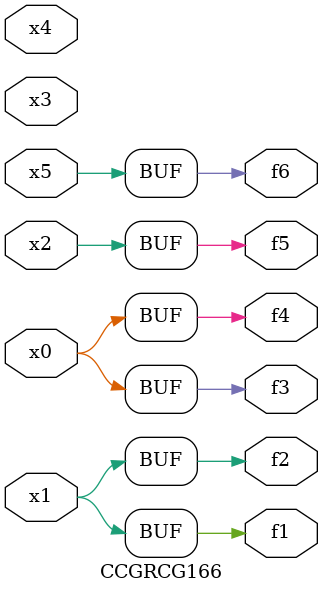
<source format=v>
module CCGRCG166(
	input x0, x1, x2, x3, x4, x5,
	output f1, f2, f3, f4, f5, f6
);
	assign f1 = x1;
	assign f2 = x1;
	assign f3 = x0;
	assign f4 = x0;
	assign f5 = x2;
	assign f6 = x5;
endmodule

</source>
